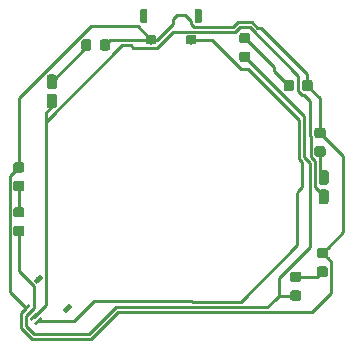
<source format=gtl>
G04 #@! TF.GenerationSoftware,KiCad,Pcbnew,5.1.2-f72e74a~84~ubuntu18.04.1*
G04 #@! TF.CreationDate,2019-07-25T17:33:10+02:00*
G04 #@! TF.ProjectId,lightboard,6c696768-7462-46f6-9172-642e6b696361,rev?*
G04 #@! TF.SameCoordinates,Original*
G04 #@! TF.FileFunction,Copper,L1,Top*
G04 #@! TF.FilePolarity,Positive*
%FSLAX46Y46*%
G04 Gerber Fmt 4.6, Leading zero omitted, Abs format (unit mm)*
G04 Created by KiCad (PCBNEW 5.1.2-f72e74a~84~ubuntu18.04.1) date 2019-07-25 17:33:10*
%MOMM*%
%LPD*%
G04 APERTURE LIST*
%ADD10C,0.100000*%
%ADD11C,0.850000*%
%ADD12C,0.875000*%
%ADD13C,0.800000*%
%ADD14C,0.600000*%
%ADD15C,0.400000*%
%ADD16C,0.250000*%
%ADD17C,0.250000*%
G04 APERTURE END LIST*
D10*
G36*
X170013329Y-95058523D02*
G01*
X170033957Y-95061583D01*
X170054185Y-95066650D01*
X170073820Y-95073676D01*
X170092672Y-95082592D01*
X170110559Y-95093313D01*
X170127309Y-95105735D01*
X170142760Y-95119740D01*
X170156765Y-95135191D01*
X170169187Y-95151941D01*
X170179908Y-95169828D01*
X170188824Y-95188680D01*
X170195850Y-95208315D01*
X170200917Y-95228543D01*
X170203977Y-95249171D01*
X170205000Y-95270000D01*
X170205000Y-96070000D01*
X170203977Y-96090829D01*
X170200917Y-96111457D01*
X170195850Y-96131685D01*
X170188824Y-96151320D01*
X170179908Y-96170172D01*
X170169187Y-96188059D01*
X170156765Y-96204809D01*
X170142760Y-96220260D01*
X170127309Y-96234265D01*
X170110559Y-96246687D01*
X170092672Y-96257408D01*
X170073820Y-96266324D01*
X170054185Y-96273350D01*
X170033957Y-96278417D01*
X170013329Y-96281477D01*
X169992500Y-96282500D01*
X169567500Y-96282500D01*
X169546671Y-96281477D01*
X169526043Y-96278417D01*
X169505815Y-96273350D01*
X169486180Y-96266324D01*
X169467328Y-96257408D01*
X169449441Y-96246687D01*
X169432691Y-96234265D01*
X169417240Y-96220260D01*
X169403235Y-96204809D01*
X169390813Y-96188059D01*
X169380092Y-96170172D01*
X169371176Y-96151320D01*
X169364150Y-96131685D01*
X169359083Y-96111457D01*
X169356023Y-96090829D01*
X169355000Y-96070000D01*
X169355000Y-95270000D01*
X169356023Y-95249171D01*
X169359083Y-95228543D01*
X169364150Y-95208315D01*
X169371176Y-95188680D01*
X169380092Y-95169828D01*
X169390813Y-95151941D01*
X169403235Y-95135191D01*
X169417240Y-95119740D01*
X169432691Y-95105735D01*
X169449441Y-95093313D01*
X169467328Y-95082592D01*
X169486180Y-95073676D01*
X169505815Y-95066650D01*
X169526043Y-95061583D01*
X169546671Y-95058523D01*
X169567500Y-95057500D01*
X169992500Y-95057500D01*
X170013329Y-95058523D01*
X170013329Y-95058523D01*
G37*
D11*
X169780000Y-95670000D03*
D10*
G36*
X170013329Y-96683523D02*
G01*
X170033957Y-96686583D01*
X170054185Y-96691650D01*
X170073820Y-96698676D01*
X170092672Y-96707592D01*
X170110559Y-96718313D01*
X170127309Y-96730735D01*
X170142760Y-96744740D01*
X170156765Y-96760191D01*
X170169187Y-96776941D01*
X170179908Y-96794828D01*
X170188824Y-96813680D01*
X170195850Y-96833315D01*
X170200917Y-96853543D01*
X170203977Y-96874171D01*
X170205000Y-96895000D01*
X170205000Y-97695000D01*
X170203977Y-97715829D01*
X170200917Y-97736457D01*
X170195850Y-97756685D01*
X170188824Y-97776320D01*
X170179908Y-97795172D01*
X170169187Y-97813059D01*
X170156765Y-97829809D01*
X170142760Y-97845260D01*
X170127309Y-97859265D01*
X170110559Y-97871687D01*
X170092672Y-97882408D01*
X170073820Y-97891324D01*
X170054185Y-97898350D01*
X170033957Y-97903417D01*
X170013329Y-97906477D01*
X169992500Y-97907500D01*
X169567500Y-97907500D01*
X169546671Y-97906477D01*
X169526043Y-97903417D01*
X169505815Y-97898350D01*
X169486180Y-97891324D01*
X169467328Y-97882408D01*
X169449441Y-97871687D01*
X169432691Y-97859265D01*
X169417240Y-97845260D01*
X169403235Y-97829809D01*
X169390813Y-97813059D01*
X169380092Y-97795172D01*
X169371176Y-97776320D01*
X169364150Y-97756685D01*
X169359083Y-97736457D01*
X169356023Y-97715829D01*
X169355000Y-97695000D01*
X169355000Y-96895000D01*
X169356023Y-96874171D01*
X169359083Y-96853543D01*
X169364150Y-96833315D01*
X169371176Y-96813680D01*
X169380092Y-96794828D01*
X169390813Y-96776941D01*
X169403235Y-96760191D01*
X169417240Y-96744740D01*
X169432691Y-96730735D01*
X169449441Y-96718313D01*
X169467328Y-96707592D01*
X169486180Y-96698676D01*
X169505815Y-96691650D01*
X169526043Y-96686583D01*
X169546671Y-96683523D01*
X169567500Y-96682500D01*
X169992500Y-96682500D01*
X170013329Y-96683523D01*
X170013329Y-96683523D01*
G37*
D11*
X169780000Y-97295000D03*
D10*
G36*
X146993329Y-86948523D02*
G01*
X147013957Y-86951583D01*
X147034185Y-86956650D01*
X147053820Y-86963676D01*
X147072672Y-86972592D01*
X147090559Y-86983313D01*
X147107309Y-86995735D01*
X147122760Y-87009740D01*
X147136765Y-87025191D01*
X147149187Y-87041941D01*
X147159908Y-87059828D01*
X147168824Y-87078680D01*
X147175850Y-87098315D01*
X147180917Y-87118543D01*
X147183977Y-87139171D01*
X147185000Y-87160000D01*
X147185000Y-87960000D01*
X147183977Y-87980829D01*
X147180917Y-88001457D01*
X147175850Y-88021685D01*
X147168824Y-88041320D01*
X147159908Y-88060172D01*
X147149187Y-88078059D01*
X147136765Y-88094809D01*
X147122760Y-88110260D01*
X147107309Y-88124265D01*
X147090559Y-88136687D01*
X147072672Y-88147408D01*
X147053820Y-88156324D01*
X147034185Y-88163350D01*
X147013957Y-88168417D01*
X146993329Y-88171477D01*
X146972500Y-88172500D01*
X146547500Y-88172500D01*
X146526671Y-88171477D01*
X146506043Y-88168417D01*
X146485815Y-88163350D01*
X146466180Y-88156324D01*
X146447328Y-88147408D01*
X146429441Y-88136687D01*
X146412691Y-88124265D01*
X146397240Y-88110260D01*
X146383235Y-88094809D01*
X146370813Y-88078059D01*
X146360092Y-88060172D01*
X146351176Y-88041320D01*
X146344150Y-88021685D01*
X146339083Y-88001457D01*
X146336023Y-87980829D01*
X146335000Y-87960000D01*
X146335000Y-87160000D01*
X146336023Y-87139171D01*
X146339083Y-87118543D01*
X146344150Y-87098315D01*
X146351176Y-87078680D01*
X146360092Y-87059828D01*
X146370813Y-87041941D01*
X146383235Y-87025191D01*
X146397240Y-87009740D01*
X146412691Y-86995735D01*
X146429441Y-86983313D01*
X146447328Y-86972592D01*
X146466180Y-86963676D01*
X146485815Y-86956650D01*
X146506043Y-86951583D01*
X146526671Y-86948523D01*
X146547500Y-86947500D01*
X146972500Y-86947500D01*
X146993329Y-86948523D01*
X146993329Y-86948523D01*
G37*
D11*
X146760000Y-87560000D03*
D10*
G36*
X146993329Y-88573523D02*
G01*
X147013957Y-88576583D01*
X147034185Y-88581650D01*
X147053820Y-88588676D01*
X147072672Y-88597592D01*
X147090559Y-88608313D01*
X147107309Y-88620735D01*
X147122760Y-88634740D01*
X147136765Y-88650191D01*
X147149187Y-88666941D01*
X147159908Y-88684828D01*
X147168824Y-88703680D01*
X147175850Y-88723315D01*
X147180917Y-88743543D01*
X147183977Y-88764171D01*
X147185000Y-88785000D01*
X147185000Y-89585000D01*
X147183977Y-89605829D01*
X147180917Y-89626457D01*
X147175850Y-89646685D01*
X147168824Y-89666320D01*
X147159908Y-89685172D01*
X147149187Y-89703059D01*
X147136765Y-89719809D01*
X147122760Y-89735260D01*
X147107309Y-89749265D01*
X147090559Y-89761687D01*
X147072672Y-89772408D01*
X147053820Y-89781324D01*
X147034185Y-89788350D01*
X147013957Y-89793417D01*
X146993329Y-89796477D01*
X146972500Y-89797500D01*
X146547500Y-89797500D01*
X146526671Y-89796477D01*
X146506043Y-89793417D01*
X146485815Y-89788350D01*
X146466180Y-89781324D01*
X146447328Y-89772408D01*
X146429441Y-89761687D01*
X146412691Y-89749265D01*
X146397240Y-89735260D01*
X146383235Y-89719809D01*
X146370813Y-89703059D01*
X146360092Y-89685172D01*
X146351176Y-89666320D01*
X146344150Y-89646685D01*
X146339083Y-89626457D01*
X146336023Y-89605829D01*
X146335000Y-89585000D01*
X146335000Y-88785000D01*
X146336023Y-88764171D01*
X146339083Y-88743543D01*
X146344150Y-88723315D01*
X146351176Y-88703680D01*
X146360092Y-88684828D01*
X146370813Y-88666941D01*
X146383235Y-88650191D01*
X146397240Y-88634740D01*
X146412691Y-88620735D01*
X146429441Y-88608313D01*
X146447328Y-88597592D01*
X146466180Y-88588676D01*
X146485815Y-88581650D01*
X146506043Y-88576583D01*
X146526671Y-88573523D01*
X146547500Y-88572500D01*
X146972500Y-88572500D01*
X146993329Y-88573523D01*
X146993329Y-88573523D01*
G37*
D11*
X146760000Y-89185000D03*
D10*
G36*
X163387691Y-83428553D02*
G01*
X163408926Y-83431703D01*
X163429750Y-83436919D01*
X163449962Y-83444151D01*
X163469368Y-83453330D01*
X163487781Y-83464366D01*
X163505024Y-83477154D01*
X163520930Y-83491570D01*
X163535346Y-83507476D01*
X163548134Y-83524719D01*
X163559170Y-83543132D01*
X163568349Y-83562538D01*
X163575581Y-83582750D01*
X163580797Y-83603574D01*
X163583947Y-83624809D01*
X163585000Y-83646250D01*
X163585000Y-84083750D01*
X163583947Y-84105191D01*
X163580797Y-84126426D01*
X163575581Y-84147250D01*
X163568349Y-84167462D01*
X163559170Y-84186868D01*
X163548134Y-84205281D01*
X163535346Y-84222524D01*
X163520930Y-84238430D01*
X163505024Y-84252846D01*
X163487781Y-84265634D01*
X163469368Y-84276670D01*
X163449962Y-84285849D01*
X163429750Y-84293081D01*
X163408926Y-84298297D01*
X163387691Y-84301447D01*
X163366250Y-84302500D01*
X162853750Y-84302500D01*
X162832309Y-84301447D01*
X162811074Y-84298297D01*
X162790250Y-84293081D01*
X162770038Y-84285849D01*
X162750632Y-84276670D01*
X162732219Y-84265634D01*
X162714976Y-84252846D01*
X162699070Y-84238430D01*
X162684654Y-84222524D01*
X162671866Y-84205281D01*
X162660830Y-84186868D01*
X162651651Y-84167462D01*
X162644419Y-84147250D01*
X162639203Y-84126426D01*
X162636053Y-84105191D01*
X162635000Y-84083750D01*
X162635000Y-83646250D01*
X162636053Y-83624809D01*
X162639203Y-83603574D01*
X162644419Y-83582750D01*
X162651651Y-83562538D01*
X162660830Y-83543132D01*
X162671866Y-83524719D01*
X162684654Y-83507476D01*
X162699070Y-83491570D01*
X162714976Y-83477154D01*
X162732219Y-83464366D01*
X162750632Y-83453330D01*
X162770038Y-83444151D01*
X162790250Y-83436919D01*
X162811074Y-83431703D01*
X162832309Y-83428553D01*
X162853750Y-83427500D01*
X163366250Y-83427500D01*
X163387691Y-83428553D01*
X163387691Y-83428553D01*
G37*
D12*
X163110000Y-83865000D03*
D10*
G36*
X163387691Y-85003553D02*
G01*
X163408926Y-85006703D01*
X163429750Y-85011919D01*
X163449962Y-85019151D01*
X163469368Y-85028330D01*
X163487781Y-85039366D01*
X163505024Y-85052154D01*
X163520930Y-85066570D01*
X163535346Y-85082476D01*
X163548134Y-85099719D01*
X163559170Y-85118132D01*
X163568349Y-85137538D01*
X163575581Y-85157750D01*
X163580797Y-85178574D01*
X163583947Y-85199809D01*
X163585000Y-85221250D01*
X163585000Y-85658750D01*
X163583947Y-85680191D01*
X163580797Y-85701426D01*
X163575581Y-85722250D01*
X163568349Y-85742462D01*
X163559170Y-85761868D01*
X163548134Y-85780281D01*
X163535346Y-85797524D01*
X163520930Y-85813430D01*
X163505024Y-85827846D01*
X163487781Y-85840634D01*
X163469368Y-85851670D01*
X163449962Y-85860849D01*
X163429750Y-85868081D01*
X163408926Y-85873297D01*
X163387691Y-85876447D01*
X163366250Y-85877500D01*
X162853750Y-85877500D01*
X162832309Y-85876447D01*
X162811074Y-85873297D01*
X162790250Y-85868081D01*
X162770038Y-85860849D01*
X162750632Y-85851670D01*
X162732219Y-85840634D01*
X162714976Y-85827846D01*
X162699070Y-85813430D01*
X162684654Y-85797524D01*
X162671866Y-85780281D01*
X162660830Y-85761868D01*
X162651651Y-85742462D01*
X162644419Y-85722250D01*
X162639203Y-85701426D01*
X162636053Y-85680191D01*
X162635000Y-85658750D01*
X162635000Y-85221250D01*
X162636053Y-85199809D01*
X162639203Y-85178574D01*
X162644419Y-85157750D01*
X162651651Y-85137538D01*
X162660830Y-85118132D01*
X162671866Y-85099719D01*
X162684654Y-85082476D01*
X162699070Y-85066570D01*
X162714976Y-85052154D01*
X162732219Y-85039366D01*
X162750632Y-85028330D01*
X162770038Y-85019151D01*
X162790250Y-85011919D01*
X162811074Y-85006703D01*
X162832309Y-85003553D01*
X162853750Y-85002500D01*
X163366250Y-85002500D01*
X163387691Y-85003553D01*
X163387691Y-85003553D01*
G37*
D12*
X163110000Y-85440000D03*
D10*
G36*
X144257691Y-98178553D02*
G01*
X144278926Y-98181703D01*
X144299750Y-98186919D01*
X144319962Y-98194151D01*
X144339368Y-98203330D01*
X144357781Y-98214366D01*
X144375024Y-98227154D01*
X144390930Y-98241570D01*
X144405346Y-98257476D01*
X144418134Y-98274719D01*
X144429170Y-98293132D01*
X144438349Y-98312538D01*
X144445581Y-98332750D01*
X144450797Y-98353574D01*
X144453947Y-98374809D01*
X144455000Y-98396250D01*
X144455000Y-98833750D01*
X144453947Y-98855191D01*
X144450797Y-98876426D01*
X144445581Y-98897250D01*
X144438349Y-98917462D01*
X144429170Y-98936868D01*
X144418134Y-98955281D01*
X144405346Y-98972524D01*
X144390930Y-98988430D01*
X144375024Y-99002846D01*
X144357781Y-99015634D01*
X144339368Y-99026670D01*
X144319962Y-99035849D01*
X144299750Y-99043081D01*
X144278926Y-99048297D01*
X144257691Y-99051447D01*
X144236250Y-99052500D01*
X143723750Y-99052500D01*
X143702309Y-99051447D01*
X143681074Y-99048297D01*
X143660250Y-99043081D01*
X143640038Y-99035849D01*
X143620632Y-99026670D01*
X143602219Y-99015634D01*
X143584976Y-99002846D01*
X143569070Y-98988430D01*
X143554654Y-98972524D01*
X143541866Y-98955281D01*
X143530830Y-98936868D01*
X143521651Y-98917462D01*
X143514419Y-98897250D01*
X143509203Y-98876426D01*
X143506053Y-98855191D01*
X143505000Y-98833750D01*
X143505000Y-98396250D01*
X143506053Y-98374809D01*
X143509203Y-98353574D01*
X143514419Y-98332750D01*
X143521651Y-98312538D01*
X143530830Y-98293132D01*
X143541866Y-98274719D01*
X143554654Y-98257476D01*
X143569070Y-98241570D01*
X143584976Y-98227154D01*
X143602219Y-98214366D01*
X143620632Y-98203330D01*
X143640038Y-98194151D01*
X143660250Y-98186919D01*
X143681074Y-98181703D01*
X143702309Y-98178553D01*
X143723750Y-98177500D01*
X144236250Y-98177500D01*
X144257691Y-98178553D01*
X144257691Y-98178553D01*
G37*
D12*
X143980000Y-98615000D03*
D10*
G36*
X144257691Y-99753553D02*
G01*
X144278926Y-99756703D01*
X144299750Y-99761919D01*
X144319962Y-99769151D01*
X144339368Y-99778330D01*
X144357781Y-99789366D01*
X144375024Y-99802154D01*
X144390930Y-99816570D01*
X144405346Y-99832476D01*
X144418134Y-99849719D01*
X144429170Y-99868132D01*
X144438349Y-99887538D01*
X144445581Y-99907750D01*
X144450797Y-99928574D01*
X144453947Y-99949809D01*
X144455000Y-99971250D01*
X144455000Y-100408750D01*
X144453947Y-100430191D01*
X144450797Y-100451426D01*
X144445581Y-100472250D01*
X144438349Y-100492462D01*
X144429170Y-100511868D01*
X144418134Y-100530281D01*
X144405346Y-100547524D01*
X144390930Y-100563430D01*
X144375024Y-100577846D01*
X144357781Y-100590634D01*
X144339368Y-100601670D01*
X144319962Y-100610849D01*
X144299750Y-100618081D01*
X144278926Y-100623297D01*
X144257691Y-100626447D01*
X144236250Y-100627500D01*
X143723750Y-100627500D01*
X143702309Y-100626447D01*
X143681074Y-100623297D01*
X143660250Y-100618081D01*
X143640038Y-100610849D01*
X143620632Y-100601670D01*
X143602219Y-100590634D01*
X143584976Y-100577846D01*
X143569070Y-100563430D01*
X143554654Y-100547524D01*
X143541866Y-100530281D01*
X143530830Y-100511868D01*
X143521651Y-100492462D01*
X143514419Y-100472250D01*
X143509203Y-100451426D01*
X143506053Y-100430191D01*
X143505000Y-100408750D01*
X143505000Y-99971250D01*
X143506053Y-99949809D01*
X143509203Y-99928574D01*
X143514419Y-99907750D01*
X143521651Y-99887538D01*
X143530830Y-99868132D01*
X143541866Y-99849719D01*
X143554654Y-99832476D01*
X143569070Y-99816570D01*
X143584976Y-99802154D01*
X143602219Y-99789366D01*
X143620632Y-99778330D01*
X143640038Y-99769151D01*
X143660250Y-99761919D01*
X143681074Y-99756703D01*
X143702309Y-99753553D01*
X143723750Y-99752500D01*
X144236250Y-99752500D01*
X144257691Y-99753553D01*
X144257691Y-99753553D01*
G37*
D12*
X143980000Y-100190000D03*
D10*
G36*
X167697691Y-103648553D02*
G01*
X167718926Y-103651703D01*
X167739750Y-103656919D01*
X167759962Y-103664151D01*
X167779368Y-103673330D01*
X167797781Y-103684366D01*
X167815024Y-103697154D01*
X167830930Y-103711570D01*
X167845346Y-103727476D01*
X167858134Y-103744719D01*
X167869170Y-103763132D01*
X167878349Y-103782538D01*
X167885581Y-103802750D01*
X167890797Y-103823574D01*
X167893947Y-103844809D01*
X167895000Y-103866250D01*
X167895000Y-104303750D01*
X167893947Y-104325191D01*
X167890797Y-104346426D01*
X167885581Y-104367250D01*
X167878349Y-104387462D01*
X167869170Y-104406868D01*
X167858134Y-104425281D01*
X167845346Y-104442524D01*
X167830930Y-104458430D01*
X167815024Y-104472846D01*
X167797781Y-104485634D01*
X167779368Y-104496670D01*
X167759962Y-104505849D01*
X167739750Y-104513081D01*
X167718926Y-104518297D01*
X167697691Y-104521447D01*
X167676250Y-104522500D01*
X167163750Y-104522500D01*
X167142309Y-104521447D01*
X167121074Y-104518297D01*
X167100250Y-104513081D01*
X167080038Y-104505849D01*
X167060632Y-104496670D01*
X167042219Y-104485634D01*
X167024976Y-104472846D01*
X167009070Y-104458430D01*
X166994654Y-104442524D01*
X166981866Y-104425281D01*
X166970830Y-104406868D01*
X166961651Y-104387462D01*
X166954419Y-104367250D01*
X166949203Y-104346426D01*
X166946053Y-104325191D01*
X166945000Y-104303750D01*
X166945000Y-103866250D01*
X166946053Y-103844809D01*
X166949203Y-103823574D01*
X166954419Y-103802750D01*
X166961651Y-103782538D01*
X166970830Y-103763132D01*
X166981866Y-103744719D01*
X166994654Y-103727476D01*
X167009070Y-103711570D01*
X167024976Y-103697154D01*
X167042219Y-103684366D01*
X167060632Y-103673330D01*
X167080038Y-103664151D01*
X167100250Y-103656919D01*
X167121074Y-103651703D01*
X167142309Y-103648553D01*
X167163750Y-103647500D01*
X167676250Y-103647500D01*
X167697691Y-103648553D01*
X167697691Y-103648553D01*
G37*
D12*
X167420000Y-104085000D03*
D10*
G36*
X167697691Y-105223553D02*
G01*
X167718926Y-105226703D01*
X167739750Y-105231919D01*
X167759962Y-105239151D01*
X167779368Y-105248330D01*
X167797781Y-105259366D01*
X167815024Y-105272154D01*
X167830930Y-105286570D01*
X167845346Y-105302476D01*
X167858134Y-105319719D01*
X167869170Y-105338132D01*
X167878349Y-105357538D01*
X167885581Y-105377750D01*
X167890797Y-105398574D01*
X167893947Y-105419809D01*
X167895000Y-105441250D01*
X167895000Y-105878750D01*
X167893947Y-105900191D01*
X167890797Y-105921426D01*
X167885581Y-105942250D01*
X167878349Y-105962462D01*
X167869170Y-105981868D01*
X167858134Y-106000281D01*
X167845346Y-106017524D01*
X167830930Y-106033430D01*
X167815024Y-106047846D01*
X167797781Y-106060634D01*
X167779368Y-106071670D01*
X167759962Y-106080849D01*
X167739750Y-106088081D01*
X167718926Y-106093297D01*
X167697691Y-106096447D01*
X167676250Y-106097500D01*
X167163750Y-106097500D01*
X167142309Y-106096447D01*
X167121074Y-106093297D01*
X167100250Y-106088081D01*
X167080038Y-106080849D01*
X167060632Y-106071670D01*
X167042219Y-106060634D01*
X167024976Y-106047846D01*
X167009070Y-106033430D01*
X166994654Y-106017524D01*
X166981866Y-106000281D01*
X166970830Y-105981868D01*
X166961651Y-105962462D01*
X166954419Y-105942250D01*
X166949203Y-105921426D01*
X166946053Y-105900191D01*
X166945000Y-105878750D01*
X166945000Y-105441250D01*
X166946053Y-105419809D01*
X166949203Y-105398574D01*
X166954419Y-105377750D01*
X166961651Y-105357538D01*
X166970830Y-105338132D01*
X166981866Y-105319719D01*
X166994654Y-105302476D01*
X167009070Y-105286570D01*
X167024976Y-105272154D01*
X167042219Y-105259366D01*
X167060632Y-105248330D01*
X167080038Y-105239151D01*
X167100250Y-105231919D01*
X167121074Y-105226703D01*
X167142309Y-105223553D01*
X167163750Y-105222500D01*
X167676250Y-105222500D01*
X167697691Y-105223553D01*
X167697691Y-105223553D01*
G37*
D12*
X167420000Y-105660000D03*
D10*
G36*
X158829603Y-83600963D02*
G01*
X158849018Y-83603843D01*
X158868057Y-83608612D01*
X158886537Y-83615224D01*
X158904279Y-83623616D01*
X158921114Y-83633706D01*
X158936879Y-83645398D01*
X158951421Y-83658579D01*
X158964602Y-83673121D01*
X158976294Y-83688886D01*
X158986384Y-83705721D01*
X158994776Y-83723463D01*
X159001388Y-83741943D01*
X159006157Y-83760982D01*
X159009037Y-83780397D01*
X159010000Y-83800000D01*
X159010000Y-84200000D01*
X159009037Y-84219603D01*
X159006157Y-84239018D01*
X159001388Y-84258057D01*
X158994776Y-84276537D01*
X158986384Y-84294279D01*
X158976294Y-84311114D01*
X158964602Y-84326879D01*
X158951421Y-84341421D01*
X158936879Y-84354602D01*
X158921114Y-84366294D01*
X158904279Y-84376384D01*
X158886537Y-84384776D01*
X158868057Y-84391388D01*
X158849018Y-84396157D01*
X158829603Y-84399037D01*
X158810000Y-84400000D01*
X158310000Y-84400000D01*
X158290397Y-84399037D01*
X158270982Y-84396157D01*
X158251943Y-84391388D01*
X158233463Y-84384776D01*
X158215721Y-84376384D01*
X158198886Y-84366294D01*
X158183121Y-84354602D01*
X158168579Y-84341421D01*
X158155398Y-84326879D01*
X158143706Y-84311114D01*
X158133616Y-84294279D01*
X158125224Y-84276537D01*
X158118612Y-84258057D01*
X158113843Y-84239018D01*
X158110963Y-84219603D01*
X158110000Y-84200000D01*
X158110000Y-83800000D01*
X158110963Y-83780397D01*
X158113843Y-83760982D01*
X158118612Y-83741943D01*
X158125224Y-83723463D01*
X158133616Y-83705721D01*
X158143706Y-83688886D01*
X158155398Y-83673121D01*
X158168579Y-83658579D01*
X158183121Y-83645398D01*
X158198886Y-83633706D01*
X158215721Y-83623616D01*
X158233463Y-83615224D01*
X158251943Y-83608612D01*
X158270982Y-83603843D01*
X158290397Y-83600963D01*
X158310000Y-83600000D01*
X158810000Y-83600000D01*
X158829603Y-83600963D01*
X158829603Y-83600963D01*
G37*
D13*
X158560000Y-84000000D03*
D10*
G36*
X155429603Y-83600963D02*
G01*
X155449018Y-83603843D01*
X155468057Y-83608612D01*
X155486537Y-83615224D01*
X155504279Y-83623616D01*
X155521114Y-83633706D01*
X155536879Y-83645398D01*
X155551421Y-83658579D01*
X155564602Y-83673121D01*
X155576294Y-83688886D01*
X155586384Y-83705721D01*
X155594776Y-83723463D01*
X155601388Y-83741943D01*
X155606157Y-83760982D01*
X155609037Y-83780397D01*
X155610000Y-83800000D01*
X155610000Y-84200000D01*
X155609037Y-84219603D01*
X155606157Y-84239018D01*
X155601388Y-84258057D01*
X155594776Y-84276537D01*
X155586384Y-84294279D01*
X155576294Y-84311114D01*
X155564602Y-84326879D01*
X155551421Y-84341421D01*
X155536879Y-84354602D01*
X155521114Y-84366294D01*
X155504279Y-84376384D01*
X155486537Y-84384776D01*
X155468057Y-84391388D01*
X155449018Y-84396157D01*
X155429603Y-84399037D01*
X155410000Y-84400000D01*
X154910000Y-84400000D01*
X154890397Y-84399037D01*
X154870982Y-84396157D01*
X154851943Y-84391388D01*
X154833463Y-84384776D01*
X154815721Y-84376384D01*
X154798886Y-84366294D01*
X154783121Y-84354602D01*
X154768579Y-84341421D01*
X154755398Y-84326879D01*
X154743706Y-84311114D01*
X154733616Y-84294279D01*
X154725224Y-84276537D01*
X154718612Y-84258057D01*
X154713843Y-84239018D01*
X154710963Y-84219603D01*
X154710000Y-84200000D01*
X154710000Y-83800000D01*
X154710963Y-83780397D01*
X154713843Y-83760982D01*
X154718612Y-83741943D01*
X154725224Y-83723463D01*
X154733616Y-83705721D01*
X154743706Y-83688886D01*
X154755398Y-83673121D01*
X154768579Y-83658579D01*
X154783121Y-83645398D01*
X154798886Y-83633706D01*
X154815721Y-83623616D01*
X154833463Y-83615224D01*
X154851943Y-83608612D01*
X154870982Y-83603843D01*
X154890397Y-83600963D01*
X154910000Y-83600000D01*
X155410000Y-83600000D01*
X155429603Y-83600963D01*
X155429603Y-83600963D01*
G37*
D13*
X155160000Y-84000000D03*
D10*
G36*
X159324703Y-81400722D02*
G01*
X159339264Y-81402882D01*
X159353543Y-81406459D01*
X159367403Y-81411418D01*
X159380710Y-81417712D01*
X159393336Y-81425280D01*
X159405159Y-81434048D01*
X159416066Y-81443934D01*
X159425952Y-81454841D01*
X159434720Y-81466664D01*
X159442288Y-81479290D01*
X159448582Y-81492597D01*
X159453541Y-81506457D01*
X159457118Y-81520736D01*
X159459278Y-81535297D01*
X159460000Y-81550000D01*
X159460000Y-82450000D01*
X159459278Y-82464703D01*
X159457118Y-82479264D01*
X159453541Y-82493543D01*
X159448582Y-82507403D01*
X159442288Y-82520710D01*
X159434720Y-82533336D01*
X159425952Y-82545159D01*
X159416066Y-82556066D01*
X159405159Y-82565952D01*
X159393336Y-82574720D01*
X159380710Y-82582288D01*
X159367403Y-82588582D01*
X159353543Y-82593541D01*
X159339264Y-82597118D01*
X159324703Y-82599278D01*
X159310000Y-82600000D01*
X159010000Y-82600000D01*
X158995297Y-82599278D01*
X158980736Y-82597118D01*
X158966457Y-82593541D01*
X158952597Y-82588582D01*
X158939290Y-82582288D01*
X158926664Y-82574720D01*
X158914841Y-82565952D01*
X158903934Y-82556066D01*
X158894048Y-82545159D01*
X158885280Y-82533336D01*
X158877712Y-82520710D01*
X158871418Y-82507403D01*
X158866459Y-82493543D01*
X158862882Y-82479264D01*
X158860722Y-82464703D01*
X158860000Y-82450000D01*
X158860000Y-81550000D01*
X158860722Y-81535297D01*
X158862882Y-81520736D01*
X158866459Y-81506457D01*
X158871418Y-81492597D01*
X158877712Y-81479290D01*
X158885280Y-81466664D01*
X158894048Y-81454841D01*
X158903934Y-81443934D01*
X158914841Y-81434048D01*
X158926664Y-81425280D01*
X158939290Y-81417712D01*
X158952597Y-81411418D01*
X158966457Y-81406459D01*
X158980736Y-81402882D01*
X158995297Y-81400722D01*
X159010000Y-81400000D01*
X159310000Y-81400000D01*
X159324703Y-81400722D01*
X159324703Y-81400722D01*
G37*
D14*
X159160000Y-82000000D03*
D10*
G36*
X154724703Y-81400722D02*
G01*
X154739264Y-81402882D01*
X154753543Y-81406459D01*
X154767403Y-81411418D01*
X154780710Y-81417712D01*
X154793336Y-81425280D01*
X154805159Y-81434048D01*
X154816066Y-81443934D01*
X154825952Y-81454841D01*
X154834720Y-81466664D01*
X154842288Y-81479290D01*
X154848582Y-81492597D01*
X154853541Y-81506457D01*
X154857118Y-81520736D01*
X154859278Y-81535297D01*
X154860000Y-81550000D01*
X154860000Y-82450000D01*
X154859278Y-82464703D01*
X154857118Y-82479264D01*
X154853541Y-82493543D01*
X154848582Y-82507403D01*
X154842288Y-82520710D01*
X154834720Y-82533336D01*
X154825952Y-82545159D01*
X154816066Y-82556066D01*
X154805159Y-82565952D01*
X154793336Y-82574720D01*
X154780710Y-82582288D01*
X154767403Y-82588582D01*
X154753543Y-82593541D01*
X154739264Y-82597118D01*
X154724703Y-82599278D01*
X154710000Y-82600000D01*
X154410000Y-82600000D01*
X154395297Y-82599278D01*
X154380736Y-82597118D01*
X154366457Y-82593541D01*
X154352597Y-82588582D01*
X154339290Y-82582288D01*
X154326664Y-82574720D01*
X154314841Y-82565952D01*
X154303934Y-82556066D01*
X154294048Y-82545159D01*
X154285280Y-82533336D01*
X154277712Y-82520710D01*
X154271418Y-82507403D01*
X154266459Y-82493543D01*
X154262882Y-82479264D01*
X154260722Y-82464703D01*
X154260000Y-82450000D01*
X154260000Y-81550000D01*
X154260722Y-81535297D01*
X154262882Y-81520736D01*
X154266459Y-81506457D01*
X154271418Y-81492597D01*
X154277712Y-81479290D01*
X154285280Y-81466664D01*
X154294048Y-81454841D01*
X154303934Y-81443934D01*
X154314841Y-81434048D01*
X154326664Y-81425280D01*
X154339290Y-81417712D01*
X154352597Y-81411418D01*
X154366457Y-81406459D01*
X154380736Y-81402882D01*
X154395297Y-81400722D01*
X154410000Y-81400000D01*
X154710000Y-81400000D01*
X154724703Y-81400722D01*
X154724703Y-81400722D01*
G37*
D14*
X154560000Y-82000000D03*
D10*
G36*
X169747691Y-91453553D02*
G01*
X169768926Y-91456703D01*
X169789750Y-91461919D01*
X169809962Y-91469151D01*
X169829368Y-91478330D01*
X169847781Y-91489366D01*
X169865024Y-91502154D01*
X169880930Y-91516570D01*
X169895346Y-91532476D01*
X169908134Y-91549719D01*
X169919170Y-91568132D01*
X169928349Y-91587538D01*
X169935581Y-91607750D01*
X169940797Y-91628574D01*
X169943947Y-91649809D01*
X169945000Y-91671250D01*
X169945000Y-92108750D01*
X169943947Y-92130191D01*
X169940797Y-92151426D01*
X169935581Y-92172250D01*
X169928349Y-92192462D01*
X169919170Y-92211868D01*
X169908134Y-92230281D01*
X169895346Y-92247524D01*
X169880930Y-92263430D01*
X169865024Y-92277846D01*
X169847781Y-92290634D01*
X169829368Y-92301670D01*
X169809962Y-92310849D01*
X169789750Y-92318081D01*
X169768926Y-92323297D01*
X169747691Y-92326447D01*
X169726250Y-92327500D01*
X169213750Y-92327500D01*
X169192309Y-92326447D01*
X169171074Y-92323297D01*
X169150250Y-92318081D01*
X169130038Y-92310849D01*
X169110632Y-92301670D01*
X169092219Y-92290634D01*
X169074976Y-92277846D01*
X169059070Y-92263430D01*
X169044654Y-92247524D01*
X169031866Y-92230281D01*
X169020830Y-92211868D01*
X169011651Y-92192462D01*
X169004419Y-92172250D01*
X168999203Y-92151426D01*
X168996053Y-92130191D01*
X168995000Y-92108750D01*
X168995000Y-91671250D01*
X168996053Y-91649809D01*
X168999203Y-91628574D01*
X169004419Y-91607750D01*
X169011651Y-91587538D01*
X169020830Y-91568132D01*
X169031866Y-91549719D01*
X169044654Y-91532476D01*
X169059070Y-91516570D01*
X169074976Y-91502154D01*
X169092219Y-91489366D01*
X169110632Y-91478330D01*
X169130038Y-91469151D01*
X169150250Y-91461919D01*
X169171074Y-91456703D01*
X169192309Y-91453553D01*
X169213750Y-91452500D01*
X169726250Y-91452500D01*
X169747691Y-91453553D01*
X169747691Y-91453553D01*
G37*
D12*
X169470000Y-91890000D03*
D10*
G36*
X169747691Y-93028553D02*
G01*
X169768926Y-93031703D01*
X169789750Y-93036919D01*
X169809962Y-93044151D01*
X169829368Y-93053330D01*
X169847781Y-93064366D01*
X169865024Y-93077154D01*
X169880930Y-93091570D01*
X169895346Y-93107476D01*
X169908134Y-93124719D01*
X169919170Y-93143132D01*
X169928349Y-93162538D01*
X169935581Y-93182750D01*
X169940797Y-93203574D01*
X169943947Y-93224809D01*
X169945000Y-93246250D01*
X169945000Y-93683750D01*
X169943947Y-93705191D01*
X169940797Y-93726426D01*
X169935581Y-93747250D01*
X169928349Y-93767462D01*
X169919170Y-93786868D01*
X169908134Y-93805281D01*
X169895346Y-93822524D01*
X169880930Y-93838430D01*
X169865024Y-93852846D01*
X169847781Y-93865634D01*
X169829368Y-93876670D01*
X169809962Y-93885849D01*
X169789750Y-93893081D01*
X169768926Y-93898297D01*
X169747691Y-93901447D01*
X169726250Y-93902500D01*
X169213750Y-93902500D01*
X169192309Y-93901447D01*
X169171074Y-93898297D01*
X169150250Y-93893081D01*
X169130038Y-93885849D01*
X169110632Y-93876670D01*
X169092219Y-93865634D01*
X169074976Y-93852846D01*
X169059070Y-93838430D01*
X169044654Y-93822524D01*
X169031866Y-93805281D01*
X169020830Y-93786868D01*
X169011651Y-93767462D01*
X169004419Y-93747250D01*
X168999203Y-93726426D01*
X168996053Y-93705191D01*
X168995000Y-93683750D01*
X168995000Y-93246250D01*
X168996053Y-93224809D01*
X168999203Y-93203574D01*
X169004419Y-93182750D01*
X169011651Y-93162538D01*
X169020830Y-93143132D01*
X169031866Y-93124719D01*
X169044654Y-93107476D01*
X169059070Y-93091570D01*
X169074976Y-93077154D01*
X169092219Y-93064366D01*
X169110632Y-93053330D01*
X169130038Y-93044151D01*
X169150250Y-93036919D01*
X169171074Y-93031703D01*
X169192309Y-93028553D01*
X169213750Y-93027500D01*
X169726250Y-93027500D01*
X169747691Y-93028553D01*
X169747691Y-93028553D01*
G37*
D12*
X169470000Y-93465000D03*
D10*
G36*
X151500191Y-83976053D02*
G01*
X151521426Y-83979203D01*
X151542250Y-83984419D01*
X151562462Y-83991651D01*
X151581868Y-84000830D01*
X151600281Y-84011866D01*
X151617524Y-84024654D01*
X151633430Y-84039070D01*
X151647846Y-84054976D01*
X151660634Y-84072219D01*
X151671670Y-84090632D01*
X151680849Y-84110038D01*
X151688081Y-84130250D01*
X151693297Y-84151074D01*
X151696447Y-84172309D01*
X151697500Y-84193750D01*
X151697500Y-84706250D01*
X151696447Y-84727691D01*
X151693297Y-84748926D01*
X151688081Y-84769750D01*
X151680849Y-84789962D01*
X151671670Y-84809368D01*
X151660634Y-84827781D01*
X151647846Y-84845024D01*
X151633430Y-84860930D01*
X151617524Y-84875346D01*
X151600281Y-84888134D01*
X151581868Y-84899170D01*
X151562462Y-84908349D01*
X151542250Y-84915581D01*
X151521426Y-84920797D01*
X151500191Y-84923947D01*
X151478750Y-84925000D01*
X151041250Y-84925000D01*
X151019809Y-84923947D01*
X150998574Y-84920797D01*
X150977750Y-84915581D01*
X150957538Y-84908349D01*
X150938132Y-84899170D01*
X150919719Y-84888134D01*
X150902476Y-84875346D01*
X150886570Y-84860930D01*
X150872154Y-84845024D01*
X150859366Y-84827781D01*
X150848330Y-84809368D01*
X150839151Y-84789962D01*
X150831919Y-84769750D01*
X150826703Y-84748926D01*
X150823553Y-84727691D01*
X150822500Y-84706250D01*
X150822500Y-84193750D01*
X150823553Y-84172309D01*
X150826703Y-84151074D01*
X150831919Y-84130250D01*
X150839151Y-84110038D01*
X150848330Y-84090632D01*
X150859366Y-84072219D01*
X150872154Y-84054976D01*
X150886570Y-84039070D01*
X150902476Y-84024654D01*
X150919719Y-84011866D01*
X150938132Y-84000830D01*
X150957538Y-83991651D01*
X150977750Y-83984419D01*
X150998574Y-83979203D01*
X151019809Y-83976053D01*
X151041250Y-83975000D01*
X151478750Y-83975000D01*
X151500191Y-83976053D01*
X151500191Y-83976053D01*
G37*
D12*
X151260000Y-84450000D03*
D10*
G36*
X149925191Y-83976053D02*
G01*
X149946426Y-83979203D01*
X149967250Y-83984419D01*
X149987462Y-83991651D01*
X150006868Y-84000830D01*
X150025281Y-84011866D01*
X150042524Y-84024654D01*
X150058430Y-84039070D01*
X150072846Y-84054976D01*
X150085634Y-84072219D01*
X150096670Y-84090632D01*
X150105849Y-84110038D01*
X150113081Y-84130250D01*
X150118297Y-84151074D01*
X150121447Y-84172309D01*
X150122500Y-84193750D01*
X150122500Y-84706250D01*
X150121447Y-84727691D01*
X150118297Y-84748926D01*
X150113081Y-84769750D01*
X150105849Y-84789962D01*
X150096670Y-84809368D01*
X150085634Y-84827781D01*
X150072846Y-84845024D01*
X150058430Y-84860930D01*
X150042524Y-84875346D01*
X150025281Y-84888134D01*
X150006868Y-84899170D01*
X149987462Y-84908349D01*
X149967250Y-84915581D01*
X149946426Y-84920797D01*
X149925191Y-84923947D01*
X149903750Y-84925000D01*
X149466250Y-84925000D01*
X149444809Y-84923947D01*
X149423574Y-84920797D01*
X149402750Y-84915581D01*
X149382538Y-84908349D01*
X149363132Y-84899170D01*
X149344719Y-84888134D01*
X149327476Y-84875346D01*
X149311570Y-84860930D01*
X149297154Y-84845024D01*
X149284366Y-84827781D01*
X149273330Y-84809368D01*
X149264151Y-84789962D01*
X149256919Y-84769750D01*
X149251703Y-84748926D01*
X149248553Y-84727691D01*
X149247500Y-84706250D01*
X149247500Y-84193750D01*
X149248553Y-84172309D01*
X149251703Y-84151074D01*
X149256919Y-84130250D01*
X149264151Y-84110038D01*
X149273330Y-84090632D01*
X149284366Y-84072219D01*
X149297154Y-84054976D01*
X149311570Y-84039070D01*
X149327476Y-84024654D01*
X149344719Y-84011866D01*
X149363132Y-84000830D01*
X149382538Y-83991651D01*
X149402750Y-83984419D01*
X149423574Y-83979203D01*
X149444809Y-83976053D01*
X149466250Y-83975000D01*
X149903750Y-83975000D01*
X149925191Y-83976053D01*
X149925191Y-83976053D01*
G37*
D12*
X149685000Y-84450000D03*
D10*
G36*
X168645191Y-87406053D02*
G01*
X168666426Y-87409203D01*
X168687250Y-87414419D01*
X168707462Y-87421651D01*
X168726868Y-87430830D01*
X168745281Y-87441866D01*
X168762524Y-87454654D01*
X168778430Y-87469070D01*
X168792846Y-87484976D01*
X168805634Y-87502219D01*
X168816670Y-87520632D01*
X168825849Y-87540038D01*
X168833081Y-87560250D01*
X168838297Y-87581074D01*
X168841447Y-87602309D01*
X168842500Y-87623750D01*
X168842500Y-88136250D01*
X168841447Y-88157691D01*
X168838297Y-88178926D01*
X168833081Y-88199750D01*
X168825849Y-88219962D01*
X168816670Y-88239368D01*
X168805634Y-88257781D01*
X168792846Y-88275024D01*
X168778430Y-88290930D01*
X168762524Y-88305346D01*
X168745281Y-88318134D01*
X168726868Y-88329170D01*
X168707462Y-88338349D01*
X168687250Y-88345581D01*
X168666426Y-88350797D01*
X168645191Y-88353947D01*
X168623750Y-88355000D01*
X168186250Y-88355000D01*
X168164809Y-88353947D01*
X168143574Y-88350797D01*
X168122750Y-88345581D01*
X168102538Y-88338349D01*
X168083132Y-88329170D01*
X168064719Y-88318134D01*
X168047476Y-88305346D01*
X168031570Y-88290930D01*
X168017154Y-88275024D01*
X168004366Y-88257781D01*
X167993330Y-88239368D01*
X167984151Y-88219962D01*
X167976919Y-88199750D01*
X167971703Y-88178926D01*
X167968553Y-88157691D01*
X167967500Y-88136250D01*
X167967500Y-87623750D01*
X167968553Y-87602309D01*
X167971703Y-87581074D01*
X167976919Y-87560250D01*
X167984151Y-87540038D01*
X167993330Y-87520632D01*
X168004366Y-87502219D01*
X168017154Y-87484976D01*
X168031570Y-87469070D01*
X168047476Y-87454654D01*
X168064719Y-87441866D01*
X168083132Y-87430830D01*
X168102538Y-87421651D01*
X168122750Y-87414419D01*
X168143574Y-87409203D01*
X168164809Y-87406053D01*
X168186250Y-87405000D01*
X168623750Y-87405000D01*
X168645191Y-87406053D01*
X168645191Y-87406053D01*
G37*
D12*
X168405000Y-87880000D03*
D10*
G36*
X167070191Y-87406053D02*
G01*
X167091426Y-87409203D01*
X167112250Y-87414419D01*
X167132462Y-87421651D01*
X167151868Y-87430830D01*
X167170281Y-87441866D01*
X167187524Y-87454654D01*
X167203430Y-87469070D01*
X167217846Y-87484976D01*
X167230634Y-87502219D01*
X167241670Y-87520632D01*
X167250849Y-87540038D01*
X167258081Y-87560250D01*
X167263297Y-87581074D01*
X167266447Y-87602309D01*
X167267500Y-87623750D01*
X167267500Y-88136250D01*
X167266447Y-88157691D01*
X167263297Y-88178926D01*
X167258081Y-88199750D01*
X167250849Y-88219962D01*
X167241670Y-88239368D01*
X167230634Y-88257781D01*
X167217846Y-88275024D01*
X167203430Y-88290930D01*
X167187524Y-88305346D01*
X167170281Y-88318134D01*
X167151868Y-88329170D01*
X167132462Y-88338349D01*
X167112250Y-88345581D01*
X167091426Y-88350797D01*
X167070191Y-88353947D01*
X167048750Y-88355000D01*
X166611250Y-88355000D01*
X166589809Y-88353947D01*
X166568574Y-88350797D01*
X166547750Y-88345581D01*
X166527538Y-88338349D01*
X166508132Y-88329170D01*
X166489719Y-88318134D01*
X166472476Y-88305346D01*
X166456570Y-88290930D01*
X166442154Y-88275024D01*
X166429366Y-88257781D01*
X166418330Y-88239368D01*
X166409151Y-88219962D01*
X166401919Y-88199750D01*
X166396703Y-88178926D01*
X166393553Y-88157691D01*
X166392500Y-88136250D01*
X166392500Y-87623750D01*
X166393553Y-87602309D01*
X166396703Y-87581074D01*
X166401919Y-87560250D01*
X166409151Y-87540038D01*
X166418330Y-87520632D01*
X166429366Y-87502219D01*
X166442154Y-87484976D01*
X166456570Y-87469070D01*
X166472476Y-87454654D01*
X166489719Y-87441866D01*
X166508132Y-87430830D01*
X166527538Y-87421651D01*
X166547750Y-87414419D01*
X166568574Y-87409203D01*
X166589809Y-87406053D01*
X166611250Y-87405000D01*
X167048750Y-87405000D01*
X167070191Y-87406053D01*
X167070191Y-87406053D01*
G37*
D12*
X166830000Y-87880000D03*
D10*
G36*
X144257691Y-94373553D02*
G01*
X144278926Y-94376703D01*
X144299750Y-94381919D01*
X144319962Y-94389151D01*
X144339368Y-94398330D01*
X144357781Y-94409366D01*
X144375024Y-94422154D01*
X144390930Y-94436570D01*
X144405346Y-94452476D01*
X144418134Y-94469719D01*
X144429170Y-94488132D01*
X144438349Y-94507538D01*
X144445581Y-94527750D01*
X144450797Y-94548574D01*
X144453947Y-94569809D01*
X144455000Y-94591250D01*
X144455000Y-95028750D01*
X144453947Y-95050191D01*
X144450797Y-95071426D01*
X144445581Y-95092250D01*
X144438349Y-95112462D01*
X144429170Y-95131868D01*
X144418134Y-95150281D01*
X144405346Y-95167524D01*
X144390930Y-95183430D01*
X144375024Y-95197846D01*
X144357781Y-95210634D01*
X144339368Y-95221670D01*
X144319962Y-95230849D01*
X144299750Y-95238081D01*
X144278926Y-95243297D01*
X144257691Y-95246447D01*
X144236250Y-95247500D01*
X143723750Y-95247500D01*
X143702309Y-95246447D01*
X143681074Y-95243297D01*
X143660250Y-95238081D01*
X143640038Y-95230849D01*
X143620632Y-95221670D01*
X143602219Y-95210634D01*
X143584976Y-95197846D01*
X143569070Y-95183430D01*
X143554654Y-95167524D01*
X143541866Y-95150281D01*
X143530830Y-95131868D01*
X143521651Y-95112462D01*
X143514419Y-95092250D01*
X143509203Y-95071426D01*
X143506053Y-95050191D01*
X143505000Y-95028750D01*
X143505000Y-94591250D01*
X143506053Y-94569809D01*
X143509203Y-94548574D01*
X143514419Y-94527750D01*
X143521651Y-94507538D01*
X143530830Y-94488132D01*
X143541866Y-94469719D01*
X143554654Y-94452476D01*
X143569070Y-94436570D01*
X143584976Y-94422154D01*
X143602219Y-94409366D01*
X143620632Y-94398330D01*
X143640038Y-94389151D01*
X143660250Y-94381919D01*
X143681074Y-94376703D01*
X143702309Y-94373553D01*
X143723750Y-94372500D01*
X144236250Y-94372500D01*
X144257691Y-94373553D01*
X144257691Y-94373553D01*
G37*
D12*
X143980000Y-94810000D03*
D10*
G36*
X144257691Y-95948553D02*
G01*
X144278926Y-95951703D01*
X144299750Y-95956919D01*
X144319962Y-95964151D01*
X144339368Y-95973330D01*
X144357781Y-95984366D01*
X144375024Y-95997154D01*
X144390930Y-96011570D01*
X144405346Y-96027476D01*
X144418134Y-96044719D01*
X144429170Y-96063132D01*
X144438349Y-96082538D01*
X144445581Y-96102750D01*
X144450797Y-96123574D01*
X144453947Y-96144809D01*
X144455000Y-96166250D01*
X144455000Y-96603750D01*
X144453947Y-96625191D01*
X144450797Y-96646426D01*
X144445581Y-96667250D01*
X144438349Y-96687462D01*
X144429170Y-96706868D01*
X144418134Y-96725281D01*
X144405346Y-96742524D01*
X144390930Y-96758430D01*
X144375024Y-96772846D01*
X144357781Y-96785634D01*
X144339368Y-96796670D01*
X144319962Y-96805849D01*
X144299750Y-96813081D01*
X144278926Y-96818297D01*
X144257691Y-96821447D01*
X144236250Y-96822500D01*
X143723750Y-96822500D01*
X143702309Y-96821447D01*
X143681074Y-96818297D01*
X143660250Y-96813081D01*
X143640038Y-96805849D01*
X143620632Y-96796670D01*
X143602219Y-96785634D01*
X143584976Y-96772846D01*
X143569070Y-96758430D01*
X143554654Y-96742524D01*
X143541866Y-96725281D01*
X143530830Y-96706868D01*
X143521651Y-96687462D01*
X143514419Y-96667250D01*
X143509203Y-96646426D01*
X143506053Y-96625191D01*
X143505000Y-96603750D01*
X143505000Y-96166250D01*
X143506053Y-96144809D01*
X143509203Y-96123574D01*
X143514419Y-96102750D01*
X143521651Y-96082538D01*
X143530830Y-96063132D01*
X143541866Y-96044719D01*
X143554654Y-96027476D01*
X143569070Y-96011570D01*
X143584976Y-95997154D01*
X143602219Y-95984366D01*
X143620632Y-95973330D01*
X143640038Y-95964151D01*
X143660250Y-95956919D01*
X143681074Y-95951703D01*
X143702309Y-95948553D01*
X143723750Y-95947500D01*
X144236250Y-95947500D01*
X144257691Y-95948553D01*
X144257691Y-95948553D01*
G37*
D12*
X143980000Y-96385000D03*
D10*
G36*
X169957691Y-101623553D02*
G01*
X169978926Y-101626703D01*
X169999750Y-101631919D01*
X170019962Y-101639151D01*
X170039368Y-101648330D01*
X170057781Y-101659366D01*
X170075024Y-101672154D01*
X170090930Y-101686570D01*
X170105346Y-101702476D01*
X170118134Y-101719719D01*
X170129170Y-101738132D01*
X170138349Y-101757538D01*
X170145581Y-101777750D01*
X170150797Y-101798574D01*
X170153947Y-101819809D01*
X170155000Y-101841250D01*
X170155000Y-102278750D01*
X170153947Y-102300191D01*
X170150797Y-102321426D01*
X170145581Y-102342250D01*
X170138349Y-102362462D01*
X170129170Y-102381868D01*
X170118134Y-102400281D01*
X170105346Y-102417524D01*
X170090930Y-102433430D01*
X170075024Y-102447846D01*
X170057781Y-102460634D01*
X170039368Y-102471670D01*
X170019962Y-102480849D01*
X169999750Y-102488081D01*
X169978926Y-102493297D01*
X169957691Y-102496447D01*
X169936250Y-102497500D01*
X169423750Y-102497500D01*
X169402309Y-102496447D01*
X169381074Y-102493297D01*
X169360250Y-102488081D01*
X169340038Y-102480849D01*
X169320632Y-102471670D01*
X169302219Y-102460634D01*
X169284976Y-102447846D01*
X169269070Y-102433430D01*
X169254654Y-102417524D01*
X169241866Y-102400281D01*
X169230830Y-102381868D01*
X169221651Y-102362462D01*
X169214419Y-102342250D01*
X169209203Y-102321426D01*
X169206053Y-102300191D01*
X169205000Y-102278750D01*
X169205000Y-101841250D01*
X169206053Y-101819809D01*
X169209203Y-101798574D01*
X169214419Y-101777750D01*
X169221651Y-101757538D01*
X169230830Y-101738132D01*
X169241866Y-101719719D01*
X169254654Y-101702476D01*
X169269070Y-101686570D01*
X169284976Y-101672154D01*
X169302219Y-101659366D01*
X169320632Y-101648330D01*
X169340038Y-101639151D01*
X169360250Y-101631919D01*
X169381074Y-101626703D01*
X169402309Y-101623553D01*
X169423750Y-101622500D01*
X169936250Y-101622500D01*
X169957691Y-101623553D01*
X169957691Y-101623553D01*
G37*
D12*
X169680000Y-102060000D03*
D10*
G36*
X169957691Y-103198553D02*
G01*
X169978926Y-103201703D01*
X169999750Y-103206919D01*
X170019962Y-103214151D01*
X170039368Y-103223330D01*
X170057781Y-103234366D01*
X170075024Y-103247154D01*
X170090930Y-103261570D01*
X170105346Y-103277476D01*
X170118134Y-103294719D01*
X170129170Y-103313132D01*
X170138349Y-103332538D01*
X170145581Y-103352750D01*
X170150797Y-103373574D01*
X170153947Y-103394809D01*
X170155000Y-103416250D01*
X170155000Y-103853750D01*
X170153947Y-103875191D01*
X170150797Y-103896426D01*
X170145581Y-103917250D01*
X170138349Y-103937462D01*
X170129170Y-103956868D01*
X170118134Y-103975281D01*
X170105346Y-103992524D01*
X170090930Y-104008430D01*
X170075024Y-104022846D01*
X170057781Y-104035634D01*
X170039368Y-104046670D01*
X170019962Y-104055849D01*
X169999750Y-104063081D01*
X169978926Y-104068297D01*
X169957691Y-104071447D01*
X169936250Y-104072500D01*
X169423750Y-104072500D01*
X169402309Y-104071447D01*
X169381074Y-104068297D01*
X169360250Y-104063081D01*
X169340038Y-104055849D01*
X169320632Y-104046670D01*
X169302219Y-104035634D01*
X169284976Y-104022846D01*
X169269070Y-104008430D01*
X169254654Y-103992524D01*
X169241866Y-103975281D01*
X169230830Y-103956868D01*
X169221651Y-103937462D01*
X169214419Y-103917250D01*
X169209203Y-103896426D01*
X169206053Y-103875191D01*
X169205000Y-103853750D01*
X169205000Y-103416250D01*
X169206053Y-103394809D01*
X169209203Y-103373574D01*
X169214419Y-103352750D01*
X169221651Y-103332538D01*
X169230830Y-103313132D01*
X169241866Y-103294719D01*
X169254654Y-103277476D01*
X169269070Y-103261570D01*
X169284976Y-103247154D01*
X169302219Y-103234366D01*
X169320632Y-103223330D01*
X169340038Y-103214151D01*
X169360250Y-103206919D01*
X169381074Y-103201703D01*
X169402309Y-103198553D01*
X169423750Y-103197500D01*
X169936250Y-103197500D01*
X169957691Y-103198553D01*
X169957691Y-103198553D01*
G37*
D12*
X169680000Y-103635000D03*
D10*
G36*
X145781553Y-103882435D02*
G01*
X145791260Y-103883874D01*
X145800779Y-103886259D01*
X145810019Y-103889565D01*
X145818891Y-103893761D01*
X145827308Y-103898806D01*
X145835190Y-103904652D01*
X145842462Y-103911242D01*
X145983884Y-104052664D01*
X145990474Y-104059936D01*
X145996320Y-104067818D01*
X146001365Y-104076235D01*
X146005561Y-104085107D01*
X146008867Y-104094347D01*
X146011252Y-104103866D01*
X146012691Y-104113573D01*
X146013173Y-104123375D01*
X146012691Y-104133177D01*
X146011252Y-104142884D01*
X146008867Y-104152403D01*
X146005561Y-104161643D01*
X146001365Y-104170515D01*
X145996320Y-104178932D01*
X145990474Y-104186814D01*
X145983884Y-104194086D01*
X145559620Y-104618350D01*
X145552348Y-104624940D01*
X145544466Y-104630786D01*
X145536049Y-104635831D01*
X145527177Y-104640027D01*
X145517937Y-104643333D01*
X145508418Y-104645718D01*
X145498711Y-104647157D01*
X145488909Y-104647639D01*
X145479107Y-104647157D01*
X145469400Y-104645718D01*
X145459881Y-104643333D01*
X145450641Y-104640027D01*
X145441769Y-104635831D01*
X145433352Y-104630786D01*
X145425470Y-104624940D01*
X145418198Y-104618350D01*
X145276776Y-104476928D01*
X145270186Y-104469656D01*
X145264340Y-104461774D01*
X145259295Y-104453357D01*
X145255099Y-104444485D01*
X145251793Y-104435245D01*
X145249408Y-104425726D01*
X145247969Y-104416019D01*
X145247487Y-104406217D01*
X145247969Y-104396415D01*
X145249408Y-104386708D01*
X145251793Y-104377189D01*
X145255099Y-104367949D01*
X145259295Y-104359077D01*
X145264340Y-104350660D01*
X145270186Y-104342778D01*
X145276776Y-104335506D01*
X145701040Y-103911242D01*
X145708312Y-103904652D01*
X145716194Y-103898806D01*
X145724611Y-103893761D01*
X145733483Y-103889565D01*
X145742723Y-103886259D01*
X145752242Y-103883874D01*
X145761949Y-103882435D01*
X145771751Y-103881953D01*
X145781553Y-103882435D01*
X145781553Y-103882435D01*
G37*
D15*
X145630330Y-104264796D03*
D10*
G36*
X148256427Y-106357309D02*
G01*
X148266134Y-106358748D01*
X148275653Y-106361133D01*
X148284893Y-106364439D01*
X148293765Y-106368635D01*
X148302182Y-106373680D01*
X148310064Y-106379526D01*
X148317336Y-106386116D01*
X148458758Y-106527538D01*
X148465348Y-106534810D01*
X148471194Y-106542692D01*
X148476239Y-106551109D01*
X148480435Y-106559981D01*
X148483741Y-106569221D01*
X148486126Y-106578740D01*
X148487565Y-106588447D01*
X148488047Y-106598249D01*
X148487565Y-106608051D01*
X148486126Y-106617758D01*
X148483741Y-106627277D01*
X148480435Y-106636517D01*
X148476239Y-106645389D01*
X148471194Y-106653806D01*
X148465348Y-106661688D01*
X148458758Y-106668960D01*
X148034494Y-107093224D01*
X148027222Y-107099814D01*
X148019340Y-107105660D01*
X148010923Y-107110705D01*
X148002051Y-107114901D01*
X147992811Y-107118207D01*
X147983292Y-107120592D01*
X147973585Y-107122031D01*
X147963783Y-107122513D01*
X147953981Y-107122031D01*
X147944274Y-107120592D01*
X147934755Y-107118207D01*
X147925515Y-107114901D01*
X147916643Y-107110705D01*
X147908226Y-107105660D01*
X147900344Y-107099814D01*
X147893072Y-107093224D01*
X147751650Y-106951802D01*
X147745060Y-106944530D01*
X147739214Y-106936648D01*
X147734169Y-106928231D01*
X147729973Y-106919359D01*
X147726667Y-106910119D01*
X147724282Y-106900600D01*
X147722843Y-106890893D01*
X147722361Y-106881091D01*
X147722843Y-106871289D01*
X147724282Y-106861582D01*
X147726667Y-106852063D01*
X147729973Y-106842823D01*
X147734169Y-106833951D01*
X147739214Y-106825534D01*
X147745060Y-106817652D01*
X147751650Y-106810380D01*
X148175914Y-106386116D01*
X148183186Y-106379526D01*
X148191068Y-106373680D01*
X148199485Y-106368635D01*
X148208357Y-106364439D01*
X148217597Y-106361133D01*
X148227116Y-106358748D01*
X148236823Y-106357309D01*
X148246625Y-106356827D01*
X148256427Y-106357309D01*
X148256427Y-106357309D01*
G37*
D15*
X148105204Y-106739670D03*
D10*
G36*
X144770250Y-106394628D02*
G01*
X144776317Y-106395528D01*
X144782267Y-106397018D01*
X144788042Y-106399085D01*
X144793586Y-106401707D01*
X144798847Y-106404860D01*
X144803774Y-106408514D01*
X144808318Y-106412633D01*
X144896707Y-106501022D01*
X144900826Y-106505566D01*
X144904480Y-106510493D01*
X144907633Y-106515754D01*
X144910255Y-106521298D01*
X144912322Y-106527073D01*
X144913812Y-106533023D01*
X144914712Y-106539090D01*
X144915013Y-106545216D01*
X144914712Y-106551342D01*
X144913812Y-106557409D01*
X144912322Y-106563359D01*
X144910255Y-106569134D01*
X144907633Y-106574678D01*
X144904480Y-106579939D01*
X144900826Y-106584866D01*
X144896707Y-106589410D01*
X144419410Y-107066707D01*
X144414866Y-107070826D01*
X144409939Y-107074480D01*
X144404678Y-107077633D01*
X144399134Y-107080255D01*
X144393359Y-107082322D01*
X144387409Y-107083812D01*
X144381342Y-107084712D01*
X144375216Y-107085013D01*
X144369090Y-107084712D01*
X144363023Y-107083812D01*
X144357073Y-107082322D01*
X144351298Y-107080255D01*
X144345754Y-107077633D01*
X144340493Y-107074480D01*
X144335566Y-107070826D01*
X144331022Y-107066707D01*
X144242633Y-106978318D01*
X144238514Y-106973774D01*
X144234860Y-106968847D01*
X144231707Y-106963586D01*
X144229085Y-106958042D01*
X144227018Y-106952267D01*
X144225528Y-106946317D01*
X144224628Y-106940250D01*
X144224327Y-106934124D01*
X144224628Y-106927998D01*
X144225528Y-106921931D01*
X144227018Y-106915981D01*
X144229085Y-106910206D01*
X144231707Y-106904662D01*
X144234860Y-106899401D01*
X144238514Y-106894474D01*
X144242633Y-106889930D01*
X144719930Y-106412633D01*
X144724474Y-106408514D01*
X144729401Y-106404860D01*
X144734662Y-106401707D01*
X144740206Y-106399085D01*
X144745981Y-106397018D01*
X144751931Y-106395528D01*
X144757998Y-106394628D01*
X144764124Y-106394327D01*
X144770250Y-106394628D01*
X144770250Y-106394628D01*
G37*
D16*
X144569670Y-106739670D03*
D10*
G36*
X145123803Y-106748181D02*
G01*
X145129870Y-106749081D01*
X145135820Y-106750571D01*
X145141595Y-106752638D01*
X145147139Y-106755260D01*
X145152400Y-106758413D01*
X145157327Y-106762067D01*
X145161871Y-106766186D01*
X145250260Y-106854575D01*
X145254379Y-106859119D01*
X145258033Y-106864046D01*
X145261186Y-106869307D01*
X145263808Y-106874851D01*
X145265875Y-106880626D01*
X145267365Y-106886576D01*
X145268265Y-106892643D01*
X145268566Y-106898769D01*
X145268265Y-106904895D01*
X145267365Y-106910962D01*
X145265875Y-106916912D01*
X145263808Y-106922687D01*
X145261186Y-106928231D01*
X145258033Y-106933492D01*
X145254379Y-106938419D01*
X145250260Y-106942963D01*
X144772963Y-107420260D01*
X144768419Y-107424379D01*
X144763492Y-107428033D01*
X144758231Y-107431186D01*
X144752687Y-107433808D01*
X144746912Y-107435875D01*
X144740962Y-107437365D01*
X144734895Y-107438265D01*
X144728769Y-107438566D01*
X144722643Y-107438265D01*
X144716576Y-107437365D01*
X144710626Y-107435875D01*
X144704851Y-107433808D01*
X144699307Y-107431186D01*
X144694046Y-107428033D01*
X144689119Y-107424379D01*
X144684575Y-107420260D01*
X144596186Y-107331871D01*
X144592067Y-107327327D01*
X144588413Y-107322400D01*
X144585260Y-107317139D01*
X144582638Y-107311595D01*
X144580571Y-107305820D01*
X144579081Y-107299870D01*
X144578181Y-107293803D01*
X144577880Y-107287677D01*
X144578181Y-107281551D01*
X144579081Y-107275484D01*
X144580571Y-107269534D01*
X144582638Y-107263759D01*
X144585260Y-107258215D01*
X144588413Y-107252954D01*
X144592067Y-107248027D01*
X144596186Y-107243483D01*
X145073483Y-106766186D01*
X145078027Y-106762067D01*
X145082954Y-106758413D01*
X145088215Y-106755260D01*
X145093759Y-106752638D01*
X145099534Y-106750571D01*
X145105484Y-106749081D01*
X145111551Y-106748181D01*
X145117677Y-106747880D01*
X145123803Y-106748181D01*
X145123803Y-106748181D01*
G37*
D16*
X144923223Y-107093223D03*
D10*
G36*
X145477357Y-107101735D02*
G01*
X145483424Y-107102635D01*
X145489374Y-107104125D01*
X145495149Y-107106192D01*
X145500693Y-107108814D01*
X145505954Y-107111967D01*
X145510881Y-107115621D01*
X145515425Y-107119740D01*
X145603814Y-107208129D01*
X145607933Y-107212673D01*
X145611587Y-107217600D01*
X145614740Y-107222861D01*
X145617362Y-107228405D01*
X145619429Y-107234180D01*
X145620919Y-107240130D01*
X145621819Y-107246197D01*
X145622120Y-107252323D01*
X145621819Y-107258449D01*
X145620919Y-107264516D01*
X145619429Y-107270466D01*
X145617362Y-107276241D01*
X145614740Y-107281785D01*
X145611587Y-107287046D01*
X145607933Y-107291973D01*
X145603814Y-107296517D01*
X145126517Y-107773814D01*
X145121973Y-107777933D01*
X145117046Y-107781587D01*
X145111785Y-107784740D01*
X145106241Y-107787362D01*
X145100466Y-107789429D01*
X145094516Y-107790919D01*
X145088449Y-107791819D01*
X145082323Y-107792120D01*
X145076197Y-107791819D01*
X145070130Y-107790919D01*
X145064180Y-107789429D01*
X145058405Y-107787362D01*
X145052861Y-107784740D01*
X145047600Y-107781587D01*
X145042673Y-107777933D01*
X145038129Y-107773814D01*
X144949740Y-107685425D01*
X144945621Y-107680881D01*
X144941967Y-107675954D01*
X144938814Y-107670693D01*
X144936192Y-107665149D01*
X144934125Y-107659374D01*
X144932635Y-107653424D01*
X144931735Y-107647357D01*
X144931434Y-107641231D01*
X144931735Y-107635105D01*
X144932635Y-107629038D01*
X144934125Y-107623088D01*
X144936192Y-107617313D01*
X144938814Y-107611769D01*
X144941967Y-107606508D01*
X144945621Y-107601581D01*
X144949740Y-107597037D01*
X145427037Y-107119740D01*
X145431581Y-107115621D01*
X145436508Y-107111967D01*
X145441769Y-107108814D01*
X145447313Y-107106192D01*
X145453088Y-107104125D01*
X145459038Y-107102635D01*
X145465105Y-107101735D01*
X145471231Y-107101434D01*
X145477357Y-107101735D01*
X145477357Y-107101735D01*
G37*
D16*
X145276777Y-107446777D03*
D10*
G36*
X145830910Y-107455288D02*
G01*
X145836977Y-107456188D01*
X145842927Y-107457678D01*
X145848702Y-107459745D01*
X145854246Y-107462367D01*
X145859507Y-107465520D01*
X145864434Y-107469174D01*
X145868978Y-107473293D01*
X145957367Y-107561682D01*
X145961486Y-107566226D01*
X145965140Y-107571153D01*
X145968293Y-107576414D01*
X145970915Y-107581958D01*
X145972982Y-107587733D01*
X145974472Y-107593683D01*
X145975372Y-107599750D01*
X145975673Y-107605876D01*
X145975372Y-107612002D01*
X145974472Y-107618069D01*
X145972982Y-107624019D01*
X145970915Y-107629794D01*
X145968293Y-107635338D01*
X145965140Y-107640599D01*
X145961486Y-107645526D01*
X145957367Y-107650070D01*
X145480070Y-108127367D01*
X145475526Y-108131486D01*
X145470599Y-108135140D01*
X145465338Y-108138293D01*
X145459794Y-108140915D01*
X145454019Y-108142982D01*
X145448069Y-108144472D01*
X145442002Y-108145372D01*
X145435876Y-108145673D01*
X145429750Y-108145372D01*
X145423683Y-108144472D01*
X145417733Y-108142982D01*
X145411958Y-108140915D01*
X145406414Y-108138293D01*
X145401153Y-108135140D01*
X145396226Y-108131486D01*
X145391682Y-108127367D01*
X145303293Y-108038978D01*
X145299174Y-108034434D01*
X145295520Y-108029507D01*
X145292367Y-108024246D01*
X145289745Y-108018702D01*
X145287678Y-108012927D01*
X145286188Y-108006977D01*
X145285288Y-108000910D01*
X145284987Y-107994784D01*
X145285288Y-107988658D01*
X145286188Y-107982591D01*
X145287678Y-107976641D01*
X145289745Y-107970866D01*
X145292367Y-107965322D01*
X145295520Y-107960061D01*
X145299174Y-107955134D01*
X145303293Y-107950590D01*
X145780590Y-107473293D01*
X145785134Y-107469174D01*
X145790061Y-107465520D01*
X145795322Y-107462367D01*
X145800866Y-107459745D01*
X145806641Y-107457678D01*
X145812591Y-107456188D01*
X145818658Y-107455288D01*
X145824784Y-107454987D01*
X145830910Y-107455288D01*
X145830910Y-107455288D01*
G37*
D16*
X145630330Y-107800330D03*
D17*
X169255000Y-104060000D02*
X169680000Y-103635000D01*
X167420000Y-104060000D02*
X169255000Y-104060000D01*
X167655000Y-105660000D02*
X167620000Y-105660000D01*
X143980000Y-100927500D02*
X143980000Y-100215000D01*
X145276775Y-104879993D02*
X143980000Y-103583218D01*
X143980000Y-103583218D02*
X143980000Y-100927500D01*
X145276775Y-106739671D02*
X145276775Y-104879993D01*
X144923223Y-107093223D02*
X145276775Y-106739671D01*
X144923223Y-107093223D02*
X144569671Y-107446775D01*
X144569671Y-107446775D02*
X144569671Y-108229671D01*
X144569671Y-108229671D02*
X145290000Y-108950000D01*
X152184101Y-106655897D02*
X164999103Y-106655897D01*
X149890000Y-108950000D02*
X152184101Y-106655897D01*
X145290000Y-108950000D02*
X149890000Y-108950000D01*
X168609979Y-101553935D02*
X165995000Y-104168914D01*
X165995000Y-104168914D02*
X165995000Y-105660000D01*
X168110011Y-93920168D02*
X168609979Y-94420136D01*
X163110000Y-85465000D02*
X168110011Y-90465011D01*
X168110011Y-90465011D02*
X168110011Y-93920168D01*
X168609979Y-94420136D02*
X168609979Y-101553935D01*
X166020000Y-105685000D02*
X165995000Y-105660000D01*
X167420000Y-105685000D02*
X166020000Y-105685000D01*
X164999103Y-106655897D02*
X165632500Y-106022500D01*
X165632500Y-106022500D02*
X165500720Y-106154280D01*
X165995000Y-105660000D02*
X165632500Y-106022500D01*
X143980000Y-98590000D02*
X143980000Y-96385000D01*
X165565000Y-86615000D02*
X166830000Y-87880000D01*
X165565000Y-86295000D02*
X163110000Y-83840000D01*
X165565000Y-86615000D02*
X165565000Y-86295000D01*
X149685000Y-84660000D02*
X149685000Y-84450000D01*
X146760000Y-87585000D02*
X149685000Y-84660000D01*
X146298183Y-106425371D02*
X146298183Y-90937529D01*
X145276777Y-107446777D02*
X146298183Y-106425371D01*
X146298183Y-90159317D02*
X146298183Y-90937529D01*
X146760000Y-89697500D02*
X146298183Y-90159317D01*
X146760000Y-89160000D02*
X146760000Y-89697500D01*
X167642490Y-88322647D02*
X167642490Y-87056404D01*
X169019990Y-94250304D02*
X168680022Y-93910335D01*
X167642490Y-87056404D02*
X163528576Y-82942490D01*
X169780000Y-97270000D02*
X169019990Y-96509990D01*
X168680022Y-93910335D02*
X168680022Y-92130336D01*
X162298893Y-83335021D02*
X159030929Y-83335021D01*
X159030929Y-83335021D02*
X159010898Y-83314990D01*
X153480000Y-84490000D02*
X152745712Y-84490000D01*
X162691424Y-82942490D02*
X162298893Y-83335021D01*
X155644990Y-84685010D02*
X153675010Y-84685010D01*
X153675010Y-84685010D02*
X153480000Y-84490000D01*
X168669990Y-92120304D02*
X168669990Y-89190147D01*
X167979832Y-88659989D02*
X167642490Y-88322647D01*
X157015010Y-83314990D02*
X155644990Y-84685010D01*
X152745712Y-84490000D02*
X146298183Y-90937529D01*
X163528576Y-82942490D02*
X162691424Y-82942490D01*
X159010898Y-83314990D02*
X157015010Y-83314990D01*
X169019990Y-96509990D02*
X169019990Y-94250304D01*
X168139832Y-88659989D02*
X167979832Y-88659989D01*
X168680022Y-92130336D02*
X168669990Y-92120304D01*
X168669990Y-89190147D02*
X168139832Y-88659989D01*
X169470000Y-95385000D02*
X169780000Y-95695000D01*
X169470000Y-93465000D02*
X169470000Y-95385000D01*
X170141612Y-101598388D02*
X169680000Y-102060000D01*
X171430000Y-100310000D02*
X170141612Y-101598388D01*
X171430000Y-93850000D02*
X171430000Y-100310000D01*
X169470000Y-91890000D02*
X171430000Y-93850000D01*
X169470000Y-91352500D02*
X169470000Y-91890000D01*
X169470000Y-88945000D02*
X169470000Y-91352500D01*
X168405000Y-87880000D02*
X169470000Y-88945000D01*
X158034001Y-81924999D02*
X157385999Y-81924999D01*
X159180730Y-82904979D02*
X158793211Y-82904979D01*
X157385999Y-81924999D02*
X157034999Y-82275999D01*
X157034999Y-82275999D02*
X157034999Y-82675001D01*
X155710000Y-84000000D02*
X155160000Y-84000000D01*
X157034999Y-82675001D02*
X155710000Y-84000000D01*
X158534990Y-82646758D02*
X158534990Y-82425988D01*
X158793211Y-82904979D02*
X158534990Y-82646758D01*
X158534990Y-82425988D02*
X158034001Y-81924999D01*
X159200761Y-82925010D02*
X159180730Y-82904979D01*
X144410572Y-106580572D02*
X144569670Y-106739670D01*
X143219990Y-95570010D02*
X143219990Y-105389990D01*
X143219990Y-105389990D02*
X144410572Y-106580572D01*
X143980000Y-94810000D02*
X143219990Y-95570010D01*
X143980000Y-88967574D02*
X150077574Y-82870000D01*
X143980000Y-94810000D02*
X143980000Y-88967574D01*
X154030000Y-82870000D02*
X155160000Y-84000000D01*
X150077574Y-82870000D02*
X154030000Y-82870000D01*
X151710000Y-84000000D02*
X151260000Y-84450000D01*
X155160000Y-84000000D02*
X151710000Y-84000000D01*
X170440010Y-102820010D02*
X170141612Y-102521612D01*
X168804092Y-107065908D02*
X170440010Y-105429990D01*
X152353933Y-107065908D02*
X168804092Y-107065908D01*
X144569670Y-106739670D02*
X144159661Y-107149679D01*
X144159661Y-107149679D02*
X144159661Y-108399502D01*
X150059831Y-109360010D02*
X152353933Y-107065908D01*
X144159661Y-108399502D02*
X145120169Y-109360010D01*
X170141612Y-102521612D02*
X169680000Y-102060000D01*
X170440010Y-105429990D02*
X170440010Y-102820010D01*
X145120169Y-109360010D02*
X150059831Y-109360010D01*
X163698408Y-82532479D02*
X164165931Y-83000000D01*
X159200761Y-82925010D02*
X162129061Y-82925010D01*
X162129061Y-82925010D02*
X162521592Y-82532479D01*
X162521592Y-82532479D02*
X163698408Y-82532479D01*
X164165931Y-83000000D02*
X164480000Y-83000000D01*
X168405000Y-86925000D02*
X168405000Y-87880000D01*
X164480000Y-83000000D02*
X168405000Y-86925000D01*
X158629664Y-106139979D02*
X158663995Y-106174310D01*
X145630330Y-107800330D02*
X148679670Y-107800330D01*
X158663995Y-106174310D02*
X162785690Y-106174310D01*
X167558165Y-101401835D02*
X167558165Y-97087892D01*
X148679670Y-107800330D02*
X150340021Y-106139979D01*
X150340021Y-106139979D02*
X158629664Y-106139979D01*
X162785690Y-106174310D02*
X167558165Y-101401835D01*
X162800175Y-86471261D02*
X160328914Y-84000000D01*
X160328914Y-84000000D02*
X159110000Y-84000000D01*
X163391261Y-86471261D02*
X162800175Y-86471261D01*
X159110000Y-84000000D02*
X158560000Y-84000000D01*
X167558165Y-97087892D02*
X167587044Y-96812956D01*
X167587044Y-96812956D02*
X167960000Y-96440000D01*
X167960000Y-96440000D02*
X167960000Y-94349997D01*
X167960000Y-94349997D02*
X167700000Y-94089997D01*
X167700000Y-94089997D02*
X167700000Y-90780000D01*
X167700000Y-90780000D02*
X167450000Y-90530000D01*
X167450000Y-90530000D02*
X163391261Y-86471261D01*
X167558165Y-90638165D02*
X167450000Y-90530000D01*
M02*

</source>
